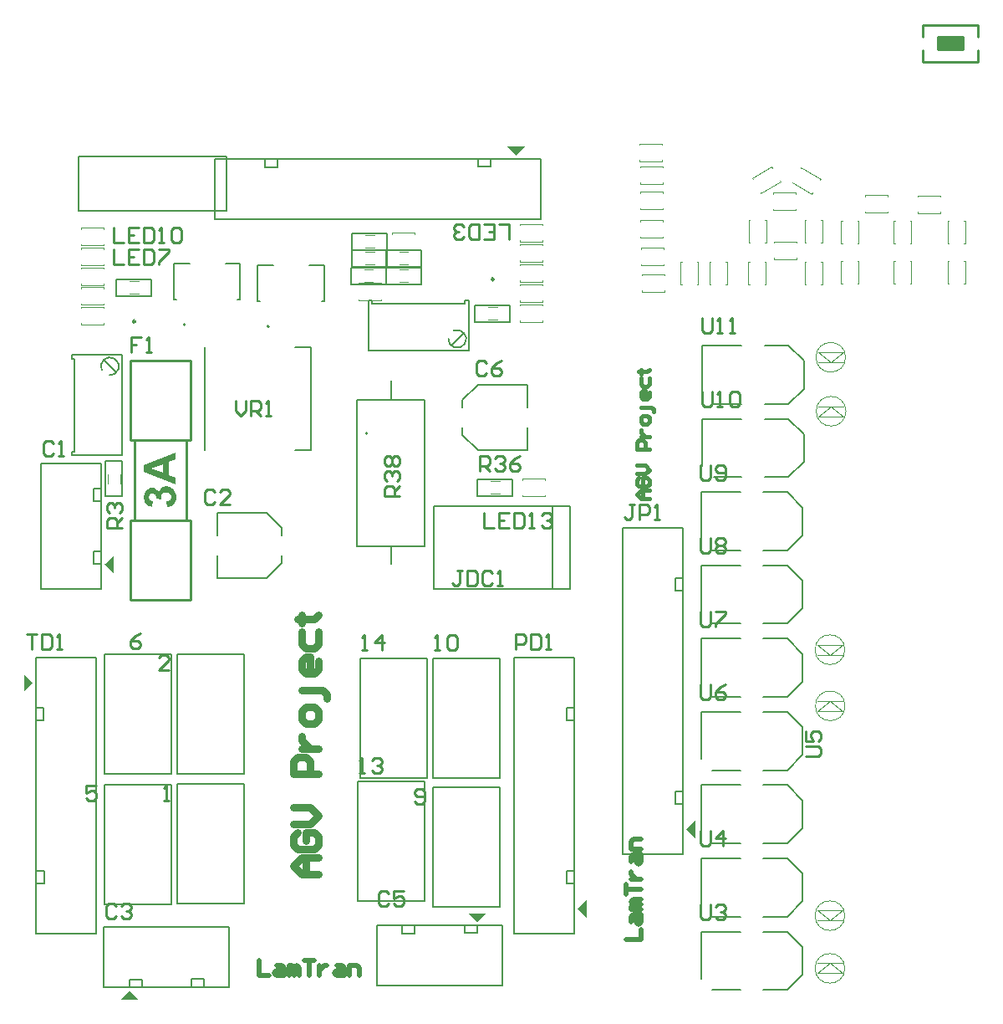
<source format=gto>
G04*
G04 #@! TF.GenerationSoftware,Altium Limited,Altium Designer,18.1.6 (161)*
G04*
G04 Layer_Color=65535*
%FSTAX24Y24*%
%MOIN*%
G70*
G01*
G75*
%ADD10C,0.0040*%
%ADD11C,0.0079*%
%ADD12C,0.0070*%
%ADD13C,0.0098*%
%ADD14C,0.0100*%
%ADD15C,0.0050*%
%ADD16C,0.0200*%
%ADD17C,0.0150*%
%ADD18C,0.0300*%
%ADD19R,0.1000X0.0500*%
G36*
X089095Y036805D02*
X089805D01*
X089455Y037155D01*
Y037165D01*
X089095Y036805D01*
D02*
G37*
G36*
X103705Y040245D02*
X102995D01*
X103345Y039895D01*
Y039885D01*
X103705Y040245D01*
D02*
G37*
G36*
X107695Y04007D02*
Y04078D01*
X107345Y04043D01*
X107335D01*
X107695Y04007D01*
D02*
G37*
G36*
X085255Y04978D02*
Y04907D01*
X085605Y04942D01*
X085615D01*
X085255Y04978D01*
D02*
G37*
G36*
X112045Y043245D02*
Y043955D01*
X111695Y043605D01*
X111685D01*
X112045Y043245D01*
D02*
G37*
G36*
X088845Y053795D02*
Y054505D01*
X088495Y054155D01*
X088485D01*
X088845Y053795D01*
D02*
G37*
G36*
X10523Y070795D02*
X10452D01*
X10487Y070445D01*
Y070435D01*
X10523Y070795D01*
D02*
G37*
G36*
X09131Y058328D02*
X091024Y058221D01*
Y057711D01*
X09131Y057608D01*
Y057339D01*
X090047Y057829D01*
Y058098D01*
X09131Y058605D01*
Y058328D01*
D02*
G37*
G36*
X09096Y057262D02*
X090976Y05726D01*
X090991Y057258D01*
X09101Y057254D01*
X091031Y057248D01*
X091076Y057233D01*
X091099Y057223D01*
X091122Y057212D01*
X091147Y057198D01*
X09117Y057181D01*
X091193Y057162D01*
X091216Y057141D01*
X091218Y057139D01*
X091222Y057135D01*
X091227Y057129D01*
X091233Y057119D01*
X091243Y057108D01*
X091252Y057093D01*
X091264Y057077D01*
X091273Y057058D01*
X091285Y057037D01*
X091297Y057014D01*
X091306Y056989D01*
X091314Y056962D01*
X091322Y056933D01*
X091327Y056904D01*
X091331Y056872D01*
X091333Y056839D01*
Y056822D01*
X091331Y05681D01*
X091329Y056795D01*
X091327Y056777D01*
X091325Y056758D01*
X091322Y056739D01*
X09131Y056693D01*
X091291Y056645D01*
X091281Y056622D01*
X091268Y056597D01*
X091252Y056574D01*
X091235Y056552D01*
X091233Y056551D01*
X091231Y056549D01*
X091225Y056543D01*
X091218Y056535D01*
X091208Y056526D01*
X091195Y056516D01*
X091181Y056506D01*
X091166Y056495D01*
X091129Y056472D01*
X091085Y056451D01*
X091035Y056433D01*
X091006Y056428D01*
X090977Y056424D01*
X090949Y056658D01*
X090951D01*
X090953D01*
X090964Y05666D01*
X090979Y056664D01*
X091001Y05667D01*
X091022Y056677D01*
X091045Y056687D01*
X091068Y0567D01*
X091087Y056718D01*
X091089Y05672D01*
X091095Y056727D01*
X091102Y056737D01*
X09111Y056752D01*
X091118Y05677D01*
X091125Y056789D01*
X091131Y056812D01*
X091133Y056837D01*
Y05685D01*
X091129Y056864D01*
X091125Y056881D01*
X09112Y0569D01*
X09111Y056922D01*
X091097Y056943D01*
X091077Y056964D01*
X091076Y056966D01*
X091066Y056971D01*
X091054Y056981D01*
X091037Y056991D01*
X091014Y056998D01*
X090987Y057008D01*
X090956Y057014D01*
X090922Y057016D01*
X09092D01*
X090918D01*
X090906D01*
X090889Y057014D01*
X090868Y05701D01*
X090845Y057004D01*
X090822Y056995D01*
X090797Y056983D01*
X090776Y056966D01*
X090774Y056964D01*
X090768Y056956D01*
X090758Y056946D01*
X090749Y056931D01*
X090739Y056914D01*
X09073Y056893D01*
X090724Y05687D01*
X090722Y056845D01*
Y056827D01*
X090724Y056814D01*
X090726Y056798D01*
X09073Y056779D01*
X090735Y056758D01*
X090741Y056735D01*
X090545Y056762D01*
Y056777D01*
X090543Y056797D01*
X090541Y056818D01*
X090537Y056841D01*
X09053Y056866D01*
X090518Y056891D01*
X090505Y056912D01*
X090503Y056914D01*
X090497Y05692D01*
X090485Y056929D01*
X090472Y056939D01*
X090455Y056948D01*
X090434Y056958D01*
X09041Y056964D01*
X090384Y056966D01*
X090382D01*
X090372D01*
X090361Y056964D01*
X090347Y056962D01*
X090332Y056956D01*
X090314Y05695D01*
X090297Y056941D01*
X090282Y056927D01*
X09028Y056925D01*
X090276Y05692D01*
X09027Y056912D01*
X090263Y0569D01*
X090255Y056885D01*
X090249Y056868D01*
X090245Y056847D01*
X090243Y056823D01*
Y056814D01*
X090245Y056802D01*
X090249Y056787D01*
X090255Y05677D01*
X090263Y056752D01*
X090272Y056733D01*
X090288Y056716D01*
X090289Y056714D01*
X090295Y056708D01*
X090305Y056702D01*
X090318Y056693D01*
X090337Y056683D01*
X090359Y056675D01*
X090384Y056668D01*
X090412Y056664D01*
X090376Y056441D01*
X090374D01*
X09037Y056443D01*
X090364D01*
X090357Y056445D01*
X090336Y056451D01*
X090309Y056458D01*
X09028Y056468D01*
X090249Y056479D01*
X090218Y056495D01*
X090191Y05651D01*
X090188Y056512D01*
X09018Y05652D01*
X090168Y056529D01*
X090151Y056545D01*
X090134Y056564D01*
X090116Y056585D01*
X090099Y056612D01*
X090084Y056641D01*
Y056643D01*
X090082Y056645D01*
X090078Y056656D01*
X09007Y056674D01*
X090063Y056697D01*
X090057Y056725D01*
X090049Y056756D01*
X090045Y056793D01*
X090043Y056831D01*
Y056848D01*
X090045Y05686D01*
X090047Y056875D01*
X090049Y056893D01*
X090053Y056914D01*
X090057Y056935D01*
X090072Y056979D01*
X09008Y057004D01*
X090091Y057027D01*
X090105Y05705D01*
X09012Y057075D01*
X090138Y057096D01*
X090159Y057118D01*
X090161Y057119D01*
X090163Y057121D01*
X090168Y057125D01*
X090174Y057131D01*
X090193Y057146D01*
X09022Y057164D01*
X090251Y057179D01*
X090286Y057194D01*
X090326Y057204D01*
X090347Y057208D01*
X090368D01*
X09037D01*
X090376D01*
X090384Y057206D01*
X090395D01*
X09041Y057202D01*
X090426Y057198D01*
X090443Y057193D01*
X090462Y057185D01*
X090484Y057175D01*
X090505Y057164D01*
X090528Y057148D01*
X090549Y057131D01*
X090572Y05711D01*
X090593Y057085D01*
X090614Y057058D01*
X090633Y057025D01*
Y057027D01*
X090635Y057031D01*
Y057035D01*
X090637Y057043D01*
X090645Y057064D01*
X090655Y057087D01*
X090668Y057116D01*
X090687Y057144D01*
X09071Y057171D01*
X090737Y057198D01*
X090741Y0572D01*
X090751Y057208D01*
X090768Y057219D01*
X090791Y057231D01*
X09082Y057242D01*
X090854Y057254D01*
X090891Y057262D01*
X090933Y057264D01*
X090935D01*
X090941D01*
X090949D01*
X09096Y057262D01*
D02*
G37*
%LPC*%
G36*
X09081Y058138D02*
X090341Y057961D01*
X09081Y05779D01*
Y058138D01*
D02*
G37*
%LPD*%
D10*
X117991Y050748D02*
G03*
X117991Y050748I-000591J0D01*
G01*
X118003Y048509D02*
G03*
X118003Y048509I-000591J0D01*
G01*
X118036Y060248D02*
G03*
X118036Y060248I-000591J0D01*
G01*
X118023Y062398D02*
G03*
X118023Y062398I-000591J0D01*
G01*
X117991Y03805D02*
G03*
X117991Y03805I-000591J0D01*
G01*
Y04015D02*
G03*
X117991Y04015I-000591J0D01*
G01*
X1107Y07085D02*
Y0709D01*
X1098D02*
X1107D01*
X1098Y07085D02*
Y0709D01*
X1107Y0702D02*
Y07025D01*
X1098Y0702D02*
X1107D01*
X1098D02*
Y07025D01*
X11145Y066213D02*
X1115D01*
X11145Y065313D02*
Y066213D01*
Y065313D02*
X1115D01*
X1121Y066213D02*
X11215D01*
Y065313D02*
Y066213D01*
X1121Y065313D02*
X11215D01*
X1108Y06565D02*
Y0657D01*
X1099D02*
X1108D01*
X1099Y06565D02*
Y0657D01*
X1108Y065D02*
Y06505D01*
X1099Y065D02*
X1108D01*
X1099D02*
Y06505D01*
X110765Y0667D02*
Y06675D01*
X109865D02*
X110765D01*
X109865Y0667D02*
Y06675D01*
X110765Y06605D02*
Y0661D01*
X109865Y06605D02*
X110765D01*
X109865D02*
Y0661D01*
X110737Y0678D02*
Y06785D01*
X109837D02*
X110737D01*
X109837Y0678D02*
Y06785D01*
X110737Y06715D02*
Y0672D01*
X109837Y06715D02*
X110737D01*
X109837D02*
Y0672D01*
X110737Y068949D02*
Y068999D01*
X109837D02*
X110737D01*
X109837Y068949D02*
Y068999D01*
X110737Y068299D02*
Y068349D01*
X109837Y068299D02*
X110737D01*
X109837D02*
Y068349D01*
X110737Y06995D02*
Y07D01*
X109837D02*
X110737D01*
X109837Y06995D02*
Y07D01*
X110737Y0693D02*
Y06935D01*
X109837Y0693D02*
X110737D01*
X109837D02*
Y06935D01*
X116083Y06695D02*
Y067D01*
X115183D02*
X116083D01*
X115183Y06695D02*
Y067D01*
X116083Y0663D02*
Y06635D01*
X115183Y0663D02*
X116083D01*
X115183D02*
Y06635D01*
X1164Y066213D02*
X11645D01*
X1164Y065313D02*
Y066213D01*
Y065313D02*
X11645D01*
X11705Y066213D02*
X1171D01*
Y065313D02*
Y066213D01*
X11705Y065313D02*
X1171D01*
X1164Y06785D02*
X11645D01*
X1164Y06695D02*
Y06785D01*
Y06695D02*
X11645D01*
X11705Y06785D02*
X1171D01*
Y06695D02*
Y06785D01*
X11705Y06695D02*
X1171D01*
X116033Y0689D02*
Y06895D01*
X115133D02*
X116033D01*
X115133Y0689D02*
Y06895D01*
X116033Y06825D02*
Y0683D01*
X115133Y06825D02*
X116033D01*
X115133D02*
Y0683D01*
X114157Y06785D02*
X114207D01*
X114157Y06695D02*
Y06785D01*
Y06695D02*
X114207D01*
X114807Y06785D02*
X114857D01*
Y06695D02*
Y06785D01*
X114807Y06695D02*
X114857D01*
X11415Y066213D02*
X1142D01*
X11415Y065313D02*
Y066213D01*
Y065313D02*
X1142D01*
X1148Y066213D02*
X11485D01*
Y065313D02*
Y066213D01*
X1148Y065313D02*
X11485D01*
X1126Y066213D02*
X11265D01*
X1126Y065313D02*
Y066213D01*
Y065313D02*
X11265D01*
X11325Y066213D02*
X1133D01*
Y065313D02*
Y066213D01*
X11325Y065313D02*
X1133D01*
X11995Y067826D02*
X12D01*
X11995Y066926D02*
Y067826D01*
Y066926D02*
X12D01*
X1206Y067826D02*
X12065D01*
Y066926D02*
Y067826D01*
X1206Y066926D02*
X12065D01*
X11995Y066223D02*
X12D01*
X11995Y065323D02*
Y066223D01*
Y065323D02*
X12D01*
X1206Y066223D02*
X12065D01*
Y065323D02*
Y066223D01*
X1206Y065323D02*
X12065D01*
X1188Y06815D02*
Y0682D01*
Y06815D02*
X1197D01*
Y0682D01*
X1188Y0688D02*
Y06885D01*
X1197D01*
Y0688D02*
Y06885D01*
X11785Y067845D02*
X1179D01*
X11785Y066945D02*
Y067845D01*
Y066945D02*
X1179D01*
X1185Y067845D02*
X11855D01*
Y066945D02*
Y067845D01*
X1185Y066945D02*
X11855D01*
X11785Y066223D02*
X1179D01*
X11785Y065323D02*
Y066223D01*
Y065323D02*
X1179D01*
X1185Y066223D02*
X11855D01*
Y065323D02*
Y066223D01*
X1185Y065323D02*
X11855D01*
X115896Y069358D02*
X115921Y069401D01*
X115896Y069358D02*
X116675Y068908D01*
X1167Y068951D01*
X116221Y06992D02*
X116246Y069964D01*
X117025Y069514D01*
X117Y06947D02*
X117025Y069514D01*
X115075Y069989D02*
X1151Y069945D01*
X114296Y069539D02*
X115075Y069989D01*
X114296Y069539D02*
X114321Y069495D01*
X1154Y069426D02*
X115425Y069383D01*
X114646Y068933D02*
X115425Y069383D01*
X114621Y068976D02*
X114646Y068933D01*
X1218Y068799D02*
Y068849D01*
X1209D02*
X1218D01*
X1209Y068799D02*
Y068849D01*
X1218Y068149D02*
Y068199D01*
X1209Y068149D02*
X1218D01*
X1209D02*
Y068199D01*
X1221Y067826D02*
X12215D01*
X1221Y066926D02*
Y067826D01*
Y066926D02*
X12215D01*
X12275Y067826D02*
X1228D01*
Y066926D02*
Y067826D01*
X12275Y066926D02*
X1228D01*
X1221Y066223D02*
X12215D01*
X1221Y065323D02*
Y066223D01*
Y065323D02*
X12215D01*
X12275Y066223D02*
X1228D01*
Y065323D02*
Y066223D01*
X12275Y065323D02*
X1228D01*
X1174Y050548D02*
X1179D01*
X1174D02*
X1179Y050948D01*
X1169Y050548D02*
X1174D01*
X1169Y050948D02*
X1174Y050548D01*
X1169Y050948D02*
X1179D01*
X116913Y048709D02*
X117413D01*
X116913Y048309D02*
X117413Y048709D01*
X117913D01*
X117413D02*
X117913Y048309D01*
X116913D02*
X117913D01*
X116945Y060448D02*
X117445D01*
X116945Y060048D02*
X117445Y060448D01*
X117945D01*
X117445D02*
X117945Y060048D01*
X116945D02*
X117945D01*
X117433Y062198D02*
X117933D01*
X117433D02*
X117933Y062598D01*
X116933Y062198D02*
X117433D01*
X116933Y062598D02*
X117433Y062198D01*
X116933Y062598D02*
X117933D01*
X1169Y03825D02*
X1174D01*
X1169Y03785D02*
X1174Y03825D01*
X1179D01*
X1174D02*
X1179Y03785D01*
X1169D02*
X1179D01*
X1174Y03995D02*
X1179D01*
X1174D02*
X1179Y04035D01*
X1169Y03995D02*
X1174D01*
X1169Y04035D02*
X1174Y03995D01*
X1169Y04035D02*
X1179D01*
X0886Y05738D02*
Y05772D01*
X0891Y05738D02*
Y05772D01*
X0986Y06465D02*
Y0647D01*
Y06465D02*
X0995D01*
Y0647D01*
X0986Y0653D02*
Y06535D01*
X0995D01*
Y0653D02*
Y06535D01*
X09883Y0659D02*
X09917D01*
X09883Y0654D02*
X09917D01*
X09888Y06675D02*
X09922D01*
X09888Y06725D02*
X09922D01*
X09995Y06665D02*
Y0667D01*
Y06665D02*
X10085D01*
Y0667D01*
X09995Y0673D02*
Y06735D01*
X10085D01*
Y0673D02*
Y06735D01*
X100243Y0666D02*
X100583D01*
X100243Y0661D02*
X100583D01*
X09888Y0666D02*
X09922D01*
X09888Y0661D02*
X09922D01*
X10023Y0659D02*
X10057D01*
X10023Y0654D02*
X10057D01*
X10378Y0644D02*
X10412D01*
X10378Y0639D02*
X10412D01*
X08948Y064925D02*
X08982D01*
X08948Y065425D02*
X08982D01*
X088425Y06435D02*
Y0644D01*
X087525D02*
X088425D01*
X087525Y06435D02*
Y0644D01*
X088425Y0637D02*
Y06375D01*
X087525Y0637D02*
X088425D01*
X087525D02*
Y06375D01*
X088425Y065925D02*
Y065975D01*
X087525D02*
X088425D01*
X087525Y065925D02*
Y065975D01*
X088425Y065275D02*
Y065325D01*
X087525Y065275D02*
X088425D01*
X087525D02*
Y065325D01*
X088425Y066712D02*
Y066762D01*
X087525D02*
X088425D01*
X087525Y066712D02*
Y066762D01*
X088425Y066062D02*
Y066112D01*
X087525Y066062D02*
X088425D01*
X087525D02*
Y066112D01*
X088425Y065138D02*
Y065188D01*
X087525D02*
X088425D01*
X087525Y065138D02*
Y065188D01*
X088425Y064488D02*
Y064538D01*
X087525Y064488D02*
X088425D01*
X087525D02*
Y064538D01*
X088425Y0675D02*
Y06755D01*
X087525D02*
X088425D01*
X087525Y0675D02*
Y06755D01*
X088425Y06685D02*
Y0669D01*
X087525Y06685D02*
X088425D01*
X087525D02*
Y0669D01*
X10505Y067D02*
Y06705D01*
Y067D02*
X10595D01*
Y06705D01*
X10505Y06765D02*
Y0677D01*
X10595D01*
Y06765D02*
Y0677D01*
X10505Y0654D02*
Y06545D01*
Y0654D02*
X10595D01*
Y06545D01*
X10505Y06605D02*
Y0661D01*
X10595D01*
Y06605D02*
Y0661D01*
X10505Y0662D02*
Y06625D01*
Y0662D02*
X10595D01*
Y06625D01*
X10505Y06685D02*
Y0669D01*
X10595D01*
Y06685D02*
Y0669D01*
X10505Y0638D02*
Y06385D01*
Y0638D02*
X10595D01*
Y06385D01*
X10505Y06445D02*
Y0645D01*
X10595D01*
Y06445D02*
Y0645D01*
X10505Y0646D02*
Y06465D01*
Y0646D02*
X10595D01*
Y06465D01*
X10505Y06525D02*
Y0653D01*
X10595D01*
Y06525D02*
Y0653D01*
X10605Y0575D02*
Y05755D01*
X10515D02*
X10605D01*
X10515Y0575D02*
Y05755D01*
X10605Y05685D02*
Y0569D01*
X10515Y05685D02*
X10605D01*
X10515D02*
Y0569D01*
X10388Y05745D02*
X10422D01*
X10388Y05695D02*
X10422D01*
D11*
X098957Y059372D02*
G03*
X098957Y059372I-000039J0D01*
G01*
X095038Y063628D02*
G03*
X095038Y063628I-000039J0D01*
G01*
X091688Y063695D02*
G03*
X091688Y063695I-000039J0D01*
G01*
X0999Y05485D02*
X10125D01*
X08847Y0458D02*
Y04992D01*
Y0458D02*
X09113D01*
Y05058D01*
X08847D02*
X09113D01*
X08847Y04991D02*
Y05058D01*
X087426Y06822D02*
Y0704D01*
X093326Y06822D02*
Y0704D01*
X087426Y06822D02*
X093326D01*
X087426Y0704D02*
X093326D01*
X10423Y040495D02*
Y041165D01*
X10157Y040495D02*
X10423D01*
X10157D02*
Y045275D01*
X10423D01*
Y041155D02*
Y045275D01*
X10157Y049735D02*
Y050405D01*
X10423D01*
Y045625D02*
Y050405D01*
X10157Y045625D02*
X10423D01*
X10157D02*
Y049745D01*
X10123Y04072D02*
Y04139D01*
X09857Y04072D02*
X10123D01*
X09857D02*
Y0455D01*
X10123D01*
Y04138D02*
Y0455D01*
X09867Y049735D02*
Y050405D01*
X10133D01*
Y045625D02*
Y050405D01*
X09867Y045625D02*
X10133D01*
X09867D02*
Y049745D01*
X09403Y04062D02*
Y04129D01*
X09137Y04062D02*
X09403D01*
X09137D02*
Y0454D01*
X09403D01*
Y04128D02*
Y0454D01*
X09137Y04991D02*
Y05058D01*
X09403D01*
Y0458D02*
Y05058D01*
X09137Y0458D02*
X09403D01*
X09137D02*
Y04992D01*
X09113Y040597D02*
Y041267D01*
X08847Y040597D02*
X09113D01*
X08847D02*
Y045377D01*
X09113D01*
Y041257D02*
Y045377D01*
D12*
X10218Y063142D02*
G03*
X102386Y063454I000358J-000013D01*
G01*
X08867Y06168D02*
G03*
X088359Y061886I000013J000358D01*
G01*
X10915Y0556D02*
X11055D01*
X10915Y0426D02*
X11155D01*
Y0556D01*
X11055D02*
X11155D01*
X10915Y0426D02*
Y0556D01*
X11124Y04459D02*
X11154D01*
X11124D02*
Y04509D01*
X11154D01*
X11122Y0531D02*
X11152D01*
X11122D02*
Y0536D01*
X11152D01*
X10705Y05315D02*
Y05645D01*
X1016Y05315D02*
Y05645D01*
Y05315D02*
X10705D01*
X1016Y05645D02*
X10705D01*
X10635Y05315D02*
Y05645D01*
X0999Y05415D02*
Y05485D01*
Y0607D02*
Y06145D01*
X10125Y05485D02*
Y0607D01*
X09855D02*
X10125D01*
X09855Y05485D02*
Y0607D01*
Y05485D02*
X0999D01*
X1023Y06287D02*
X1028Y06337D01*
X103Y06265D02*
Y06465D01*
X10283D02*
X103D01*
X10283Y06453D02*
Y06465D01*
X09914Y06453D02*
X10283D01*
X09914D02*
Y06465D01*
X09899D02*
X09914D01*
X09899Y06265D02*
Y06465D01*
Y06265D02*
X103D01*
X092875Y0679D02*
Y0693D01*
X105875Y0679D02*
Y0703D01*
X092875D02*
X105875D01*
X092875Y0693D02*
Y0703D01*
Y0679D02*
X105875D01*
X103885Y06999D02*
Y07029D01*
X103385Y06999D02*
X103885D01*
X103385D02*
Y07029D01*
X095375Y06997D02*
Y07027D01*
X094875Y06997D02*
X095375D01*
X094875D02*
Y07027D01*
X10689Y048425D02*
X10719D01*
X10689Y047925D02*
Y048425D01*
Y047925D02*
X10719D01*
X1069Y041925D02*
X1072D01*
X1069Y041425D02*
Y041925D01*
Y041425D02*
X1072D01*
X1048Y039425D02*
Y050425D01*
X1062D02*
X1072D01*
Y039425D02*
Y050425D01*
X1048Y039425D02*
X1072D01*
X1048Y050425D02*
X1062D01*
X08576Y041425D02*
X08606D01*
Y041925D01*
X08576D02*
X08606D01*
X08575Y047925D02*
X08605D01*
Y048425D01*
X08575D02*
X08605D01*
X08815Y039425D02*
Y050425D01*
X08575Y039425D02*
X08675D01*
X08575D02*
Y050425D01*
X08815D01*
X08675Y039425D02*
X08815D01*
X08595Y05815D02*
X08735D01*
X08595Y05315D02*
X08835D01*
Y05815D01*
X08735D02*
X08835D01*
X08595Y05315D02*
Y05815D01*
X08805Y05417D02*
X08835D01*
X08805D02*
Y05467D01*
X08835D01*
X08803Y05665D02*
X08833D01*
X08803D02*
Y05715D01*
X08833D01*
X088443Y0623D02*
X088943Y0618D01*
X087163Y0625D02*
X089163D01*
X087163Y06233D02*
Y0625D01*
Y06233D02*
X087283D01*
Y05864D02*
Y06233D01*
X087163Y05864D02*
X087283D01*
X087163Y05849D02*
Y05864D01*
Y05849D02*
X089163D01*
Y0625D01*
X09935Y03735D02*
Y03875D01*
X10435Y03735D02*
Y03975D01*
X09935D02*
X10435D01*
X09935Y03875D02*
Y03975D01*
Y03735D02*
X10435D01*
X10333Y03945D02*
Y03975D01*
X10283Y03945D02*
X10333D01*
X10283D02*
Y03975D01*
X10085Y03943D02*
Y03973D01*
X10035Y03943D02*
X10085D01*
X10035D02*
Y03973D01*
X09345Y0383D02*
Y0397D01*
X08845Y0373D02*
Y0397D01*
Y0373D02*
X09345D01*
Y0383D01*
X08845Y0397D02*
X09345D01*
X08947Y0373D02*
Y0376D01*
X08997D01*
Y0373D02*
Y0376D01*
X09195Y03732D02*
Y03762D01*
X09245D01*
Y03732D02*
Y03762D01*
D13*
X089699Y063824D02*
G03*
X089699Y063824I-000049J0D01*
G01*
X103999Y065501D02*
G03*
X103999Y065501I-000049J0D01*
G01*
D14*
X12331Y07417D02*
Y07462D01*
Y07518D02*
Y07563D01*
X12109D02*
X12331D01*
X12109Y07417D02*
X12331D01*
X1217Y07465D02*
X1227D01*
X1217D02*
Y07515D01*
X1227D01*
Y07465D02*
Y07515D01*
X12109Y07417D02*
Y07462D01*
Y07518D02*
Y07563D01*
X0919Y059094D02*
Y062264D01*
X0895Y059094D02*
Y062264D01*
X0919D01*
X0895Y059094D02*
X0919D01*
X0895Y055904D02*
X0919D01*
X0895Y052734D02*
X0919D01*
X0895D02*
Y055904D01*
X0919Y052734D02*
Y055904D01*
X09172Y057494D02*
Y059094D01*
X08968Y057494D02*
Y059094D01*
Y055904D02*
Y057504D01*
X09172Y055904D02*
Y057504D01*
X112295Y06395D02*
Y06345D01*
X112395Y06335D01*
X112595D01*
X112695Y06345D01*
Y06395D01*
X112895Y06335D02*
X113095D01*
X112995D01*
Y06395D01*
X112895Y06385D01*
X113395Y06335D02*
X113595D01*
X113495D01*
Y06395D01*
X113395Y06385D01*
X112293Y061031D02*
Y060531D01*
X112393Y060431D01*
X112593D01*
X112693Y060531D01*
Y061031D01*
X112892Y060431D02*
X113092D01*
X112992D01*
Y061031D01*
X112892Y060931D01*
X113392D02*
X113492Y061031D01*
X113692D01*
X113792Y060931D01*
Y060531D01*
X113692Y060431D01*
X113492D01*
X113392Y060531D01*
Y060931D01*
X11225Y058113D02*
Y057613D01*
X11235Y057513D01*
X11255D01*
X11265Y057613D01*
Y058113D01*
X11285Y057613D02*
X11295Y057513D01*
X11315D01*
X11325Y057613D01*
Y058013D01*
X11315Y058113D01*
X11295D01*
X11285Y058013D01*
Y057913D01*
X11295Y057813D01*
X11325D01*
X112243Y055196D02*
Y054696D01*
X112343Y054596D01*
X112543D01*
X112643Y054696D01*
Y055196D01*
X112842Y055096D02*
X112942Y055196D01*
X113142D01*
X113242Y055096D01*
Y054996D01*
X113142Y054896D01*
X113242Y054796D01*
Y054696D01*
X113142Y054596D01*
X112942D01*
X112842Y054696D01*
Y054796D01*
X112942Y054896D01*
X112842Y054996D01*
Y055096D01*
X112942Y054896D02*
X113142D01*
X112243Y052278D02*
Y051778D01*
X112343Y051678D01*
X112543D01*
X112643Y051778D01*
Y052278D01*
X112842D02*
X113242D01*
Y052178D01*
X112842Y051778D01*
Y051678D01*
X112243Y049359D02*
Y048859D01*
X112343Y048759D01*
X112543D01*
X112643Y048859D01*
Y049359D01*
X113242D02*
X113042Y049259D01*
X112842Y049059D01*
Y048859D01*
X112942Y048759D01*
X113142D01*
X113242Y048859D01*
Y048959D01*
X113142Y049059D01*
X112842D01*
X116433Y046487D02*
X116933D01*
X117033Y046587D01*
Y046787D01*
X116933Y046887D01*
X116433D01*
Y047487D02*
Y047087D01*
X116733D01*
X116633Y047287D01*
Y047387D01*
X116733Y047487D01*
X116933D01*
X117033Y047387D01*
Y047187D01*
X116933Y047087D01*
X112243Y04352D02*
Y04302D01*
X112343Y04292D01*
X112543D01*
X112643Y04302D01*
Y04352D01*
X113142Y04292D02*
Y04352D01*
X112842Y04322D01*
X113242D01*
X112243Y0406D02*
Y0401D01*
X112343Y04D01*
X112543D01*
X112643Y0401D01*
Y0406D01*
X112842Y0405D02*
X112942Y0406D01*
X113142D01*
X113242Y0405D01*
Y0404D01*
X113142Y0403D01*
X113042D01*
X113142D01*
X113242Y0402D01*
Y0401D01*
X113142Y04D01*
X112942D01*
X112842Y0401D01*
X109615Y056535D02*
X109415D01*
X109515D01*
Y056035D01*
X109415Y055935D01*
X109315D01*
X109215Y056035D01*
X109815Y055935D02*
Y056535D01*
X110115D01*
X110215Y056435D01*
Y056235D01*
X110115Y056135D01*
X109815D01*
X110415Y055935D02*
X110615D01*
X110515D01*
Y056535D01*
X110415Y056435D01*
X088825Y06755D02*
Y06695D01*
X089225D01*
X089825Y06755D02*
X089425D01*
Y06695D01*
X089825D01*
X089425Y06725D02*
X089625D01*
X090025Y06755D02*
Y06695D01*
X090325D01*
X090424Y06705D01*
Y06745D01*
X090325Y06755D01*
X090025D01*
X090624Y06695D02*
X090824D01*
X090724D01*
Y06755D01*
X090624Y06745D01*
X091124D02*
X091224Y06755D01*
X091424D01*
X091524Y06745D01*
Y06705D01*
X091424Y06695D01*
X091224D01*
X091124Y06705D01*
Y06745D01*
X088825Y066712D02*
Y066112D01*
X089225D01*
X089825Y066712D02*
X089425D01*
Y066112D01*
X089825D01*
X089425Y066412D02*
X089625D01*
X090025Y066712D02*
Y066112D01*
X090325D01*
X090424Y066212D01*
Y066612D01*
X090325Y066712D01*
X090025D01*
X090624D02*
X091024D01*
Y066612D01*
X090624Y066212D01*
Y066112D01*
X1046Y0671D02*
Y0677D01*
X1042D01*
X1036Y0671D02*
X104D01*
Y0677D01*
X1036D01*
X104Y0674D02*
X1038D01*
X1034Y0671D02*
Y0677D01*
X1031D01*
X103001Y0676D01*
Y0672D01*
X1031Y0671D01*
X1034D01*
X102801Y0672D02*
X102701Y0671D01*
X102501D01*
X102401Y0672D01*
Y0673D01*
X102501Y0674D01*
X102601D01*
X102501D01*
X102401Y0675D01*
Y0676D01*
X102501Y0677D01*
X102701D01*
X102801Y0676D01*
X092875Y05702D02*
X092775Y05712D01*
X092575D01*
X092475Y05702D01*
Y05662D01*
X092575Y05652D01*
X092775D01*
X092875Y05662D01*
X093474Y05652D02*
X093075D01*
X093474Y05692D01*
Y05702D01*
X093374Y05712D01*
X093174D01*
X093075Y05702D01*
X10023Y05686D02*
X09963D01*
Y05716D01*
X09973Y05726D01*
X09993D01*
X10003Y05716D01*
Y05686D01*
Y05706D02*
X10023Y05726D01*
X09973Y05746D02*
X09963Y05756D01*
Y05776D01*
X09973Y05786D01*
X09983D01*
X09993Y05776D01*
Y05766D01*
Y05776D01*
X10003Y05786D01*
X10013D01*
X10023Y05776D01*
Y05756D01*
X10013Y05746D01*
X09973Y05806D02*
X09963Y05816D01*
Y05836D01*
X09973Y058459D01*
X09983D01*
X09993Y05836D01*
X10003Y058459D01*
X10013D01*
X10023Y05836D01*
Y05816D01*
X10013Y05806D01*
X10003D01*
X09993Y05816D01*
X09983Y05806D01*
X09973D01*
X09993Y05816D02*
Y05836D01*
X10486Y05076D02*
Y05136D01*
X10516D01*
X10526Y05126D01*
Y05106D01*
X10516Y05096D01*
X10486D01*
X10546Y05136D02*
Y05076D01*
X10576D01*
X10586Y05086D01*
Y05126D01*
X10576Y05136D01*
X10546D01*
X10606Y05076D02*
X10626D01*
X10616D01*
Y05136D01*
X10606Y05126D01*
X08995Y063214D02*
X08955D01*
Y062914D01*
X08975D01*
X08955D01*
Y062614D01*
X09015D02*
X09035D01*
X09025D01*
Y063214D01*
X09015Y063114D01*
X08642Y05898D02*
X08632Y05908D01*
X08612D01*
X08602Y05898D01*
Y05858D01*
X08612Y05848D01*
X08632D01*
X08642Y05858D01*
X08662Y05848D02*
X08682D01*
X08672D01*
Y05908D01*
X08662Y05898D01*
X0937Y06065D02*
Y06025D01*
X0939Y06005D01*
X0941Y06025D01*
Y06065D01*
X0943Y06005D02*
Y06065D01*
X0946D01*
X0947Y06055D01*
Y06035D01*
X0946Y06025D01*
X0943D01*
X0945D02*
X0947Y06005D01*
X0949D02*
X0951D01*
X095D01*
Y06065D01*
X0949Y06055D01*
X10343Y05786D02*
Y05846D01*
X10373D01*
X10383Y05836D01*
Y05816D01*
X10373Y05806D01*
X10343D01*
X10363D02*
X10383Y05786D01*
X10403Y05836D02*
X10413Y05846D01*
X10433D01*
X10443Y05836D01*
Y05826D01*
X10433Y05816D01*
X10423D01*
X10433D01*
X10443Y05806D01*
Y05796D01*
X10433Y05786D01*
X10413D01*
X10403Y05796D01*
X105029Y05846D02*
X10483Y05836D01*
X10463Y05816D01*
Y05796D01*
X10473Y05786D01*
X10493D01*
X105029Y05796D01*
Y05806D01*
X10493Y05816D01*
X10463D01*
X089163Y0556D02*
X088563D01*
Y0559D01*
X088663Y056D01*
X088863D01*
X088963Y0559D01*
Y0556D01*
Y0558D02*
X089163Y056D01*
X088663Y0562D02*
X088563Y0563D01*
Y0565D01*
X088663Y0566D01*
X088763D01*
X088863Y0565D01*
Y0564D01*
Y0565D01*
X088963Y0566D01*
X089063D01*
X089163Y0565D01*
Y0563D01*
X089063Y0562D01*
X1036Y056189D02*
Y055589D01*
X104D01*
X1046Y056189D02*
X1042D01*
Y055589D01*
X1046D01*
X1042Y055889D02*
X1044D01*
X1048Y056189D02*
Y055589D01*
X1051D01*
X105199Y055689D01*
Y056089D01*
X1051Y056189D01*
X1048D01*
X105399Y055589D02*
X105599D01*
X105499D01*
Y056189D01*
X105399Y056089D01*
X105899D02*
X105999Y056189D01*
X106199D01*
X106299Y056089D01*
Y055989D01*
X106199Y055889D01*
X106099D01*
X106199D01*
X106299Y055789D01*
Y055689D01*
X106199Y055589D01*
X105999D01*
X105899Y055689D01*
X10275Y053897D02*
X10255D01*
X10265D01*
Y053397D01*
X10255Y053297D01*
X10245D01*
X10235Y053397D01*
X10295Y053897D02*
Y053297D01*
X10325D01*
X10335Y053397D01*
Y053797D01*
X10325Y053897D01*
X10295D01*
X103949Y053797D02*
X10385Y053897D01*
X10365D01*
X10355Y053797D01*
Y053397D01*
X10365Y053297D01*
X10385D01*
X103949Y053397D01*
X104149Y053297D02*
X104349D01*
X104249D01*
Y053897D01*
X104149Y053797D01*
X1037Y06215D02*
X1036Y06225D01*
X1034D01*
X1033Y06215D01*
Y06175D01*
X1034Y06165D01*
X1036D01*
X1037Y06175D01*
X1043Y06225D02*
X1041Y06215D01*
X1039Y06195D01*
Y06175D01*
X104Y06165D01*
X1042D01*
X1043Y06175D01*
Y06185D01*
X1042Y06195D01*
X1039D01*
X09981Y041045D02*
X09971Y041145D01*
X09951D01*
X09941Y041045D01*
Y040645D01*
X09951Y040545D01*
X09971D01*
X09981Y040645D01*
X10041Y041145D02*
X10001D01*
Y040845D01*
X10021Y040945D01*
X10031D01*
X10041Y040845D01*
Y040645D01*
X10031Y040545D01*
X10011D01*
X10001Y040645D01*
X09873Y05074D02*
X09893D01*
X09883D01*
Y05134D01*
X09873Y05124D01*
X09953Y05074D02*
Y05134D01*
X09923Y05104D01*
X09963D01*
X09863Y045835D02*
X09883D01*
X09873D01*
Y046435D01*
X09863Y046335D01*
X09913D02*
X09923Y046435D01*
X09943D01*
X09953Y046335D01*
Y046235D01*
X09943Y046135D01*
X09933D01*
X09943D01*
X09953Y046035D01*
Y045935D01*
X09943Y045835D01*
X09923D01*
X09913Y045935D01*
X10163Y05074D02*
X10183D01*
X10173D01*
Y05134D01*
X10163Y05124D01*
X10213D02*
X10223Y05134D01*
X10243D01*
X10253Y05124D01*
Y05084D01*
X10243Y05074D01*
X10223D01*
X10213Y05084D01*
Y05124D01*
X10083Y04471D02*
X10093Y04461D01*
X10113D01*
X10123Y04471D01*
Y04511D01*
X10113Y04521D01*
X10093D01*
X10083Y04511D01*
Y04501D01*
X10093Y04491D01*
X10123D01*
X08536Y05136D02*
X08576D01*
X08556D01*
Y05076D01*
X08596Y05136D02*
Y05076D01*
X08626D01*
X08636Y05086D01*
Y05126D01*
X08626Y05136D01*
X08596D01*
X08656Y05076D02*
X08676D01*
X08666D01*
Y05136D01*
X08656Y05126D01*
X08892Y04054D02*
X08882Y04064D01*
X08862D01*
X08852Y04054D01*
Y04014D01*
X08862Y04004D01*
X08882D01*
X08892Y04014D01*
X08912Y04054D02*
X08922Y04064D01*
X08942D01*
X08952Y04054D01*
Y04044D01*
X08942Y04034D01*
X08932D01*
X08942D01*
X08952Y04024D01*
Y04014D01*
X08942Y04004D01*
X08922D01*
X08912Y04014D01*
X08813Y04532D02*
X08773D01*
Y04502D01*
X08793Y04512D01*
X08803D01*
X08813Y04502D01*
Y04482D01*
X08803Y04472D01*
X08783D01*
X08773Y04482D01*
X0899Y0514D02*
X0897Y0513D01*
X0895Y0511D01*
Y0509D01*
X0896Y0508D01*
X0898D01*
X0899Y0509D01*
Y051D01*
X0898Y0511D01*
X0895D01*
X09083Y04474D02*
X09103D01*
X09093D01*
Y04534D01*
X09083Y04524D01*
X09103Y04992D02*
X09063D01*
X09103Y05032D01*
Y05042D01*
X09093Y05052D01*
X09073D01*
X09063Y05042D01*
D15*
X112255Y04348D02*
Y04535D01*
X113822D01*
X112708Y043028D02*
X113822D01*
X114743D02*
X1157D01*
X114743Y04535D02*
X1157D01*
X11631Y043638D02*
Y04474D01*
X1157Y043028D02*
X11631Y043638D01*
X1157Y04535D02*
X11631Y04474D01*
X112255Y040562D02*
Y042432D01*
X113822D01*
X112708Y040109D02*
X113822D01*
X114743D02*
X1157D01*
X114743Y042432D02*
X1157D01*
X11631Y040719D02*
Y041822D01*
X1157Y040109D02*
X11631Y040719D01*
X1157Y042432D02*
X11631Y041822D01*
X112255Y037643D02*
Y039513D01*
X113822D01*
X112708Y037191D02*
X113822D01*
X114743D02*
X1157D01*
X114743Y039513D02*
X1157D01*
X11631Y037801D02*
Y038903D01*
X1157Y037191D02*
X11631Y037801D01*
X1157Y039513D02*
X11631Y038903D01*
X112255Y052236D02*
Y054106D01*
X113822D01*
X112708Y051783D02*
X113822D01*
X114743D02*
X1157D01*
X114743Y054106D02*
X1157D01*
X11631Y052393D02*
Y053496D01*
X1157Y051783D02*
X11631Y052393D01*
X1157Y054106D02*
X11631Y053496D01*
X112255Y049317D02*
Y051187D01*
X113822D01*
X112708Y048865D02*
X113822D01*
X114743D02*
X1157D01*
X114743Y051187D02*
X1157D01*
X11631Y049475D02*
Y050577D01*
X1157Y048865D02*
X11631Y049475D01*
X1157Y051187D02*
X11631Y050577D01*
X112255Y046399D02*
Y048269D01*
X113822D01*
X112708Y045946D02*
X113822D01*
X114743D02*
X1157D01*
X114743Y048269D02*
X1157D01*
X11631Y046556D02*
Y047659D01*
X1157Y045946D02*
X11631Y046556D01*
X1157Y048269D02*
X11631Y047659D01*
X112305Y060991D02*
Y062861D01*
X113872D01*
X112758Y060539D02*
X113872D01*
X114793D02*
X11575D01*
X114793Y062861D02*
X11575D01*
X11636Y061149D02*
Y062251D01*
X11575Y060539D02*
X11636Y061149D01*
X11575Y062861D02*
X11636Y062251D01*
X112305Y058073D02*
Y059943D01*
X113872D01*
X112758Y05762D02*
X113872D01*
X114793D02*
X11575D01*
X114793Y059943D02*
X11575D01*
X11636Y05823D02*
Y059333D01*
X11575Y05762D02*
X11636Y05823D01*
X11575Y059943D02*
X11636Y059333D01*
X112255Y055154D02*
Y057024D01*
X113822D01*
X112708Y054702D02*
X113822D01*
X114743D02*
X1157D01*
X114743Y057024D02*
X1157D01*
X11631Y055312D02*
Y056414D01*
X1157Y054702D02*
X11631Y055312D01*
X1157Y057024D02*
X11631Y056414D01*
X08851Y05825D02*
X08918D01*
Y05685D02*
Y05825D01*
X08851Y05685D02*
X08918D01*
X08851D02*
Y05825D01*
X102748Y060689D02*
X103359Y061299D01*
X102748Y059311D02*
X103359Y058701D01*
X105347D01*
X103359Y061299D02*
X105347D01*
Y058701D02*
Y059606D01*
Y060394D02*
Y061299D01*
X102748Y060394D02*
Y060689D01*
Y059311D02*
Y059606D01*
X092481Y058711D02*
Y062789D01*
X096083D02*
X096715D01*
X096083Y058711D02*
X096715D01*
Y062789D01*
X0983Y06531D02*
X0997D01*
Y06598D01*
X0983D02*
X0997D01*
X0983Y06531D02*
Y06598D01*
X09835Y06734D02*
X09975D01*
X09835Y06667D02*
Y06734D01*
Y06667D02*
X09975D01*
Y06734D01*
X099713Y06601D02*
X101113D01*
Y06668D01*
X099713D02*
X101113D01*
X099713Y06601D02*
Y06668D01*
X09835Y06601D02*
X09975D01*
Y06668D01*
X09835D02*
X09975D01*
X09835Y06601D02*
Y06668D01*
X0997Y06531D02*
X1011D01*
Y06598D01*
X0997D02*
X1011D01*
X0997Y06531D02*
Y06598D01*
X10325Y06381D02*
X10465D01*
Y06448D01*
X10325D02*
X10465D01*
X10325Y06381D02*
Y06448D01*
X08895Y065515D02*
X09035D01*
X08895Y064845D02*
Y065515D01*
Y064845D02*
X09035D01*
Y065515D01*
X094577Y064618D02*
Y066082D01*
X097223Y064618D02*
Y066082D01*
X094577Y064618D02*
X09468D01*
X097124D02*
X097223D01*
X096636Y066082D02*
X097223D01*
X094577D02*
X095207D01*
X094941Y053601D02*
X095552Y054211D01*
X094941Y056199D02*
X095552Y055589D01*
X092953Y056199D02*
X094941D01*
X092953Y053601D02*
X094941D01*
X092953Y055294D02*
Y056199D01*
Y053601D02*
Y054506D01*
X095552Y054211D02*
Y054506D01*
Y055294D02*
Y055589D01*
X091227Y064685D02*
Y066149D01*
X093873Y064685D02*
Y066149D01*
X091227Y064685D02*
X09133D01*
X093774D02*
X093873D01*
X093286Y066149D02*
X093873D01*
X091227D02*
X091857D01*
X10335Y05686D02*
X10475D01*
Y05753D01*
X10335D02*
X10475D01*
X10335Y05686D02*
Y05753D01*
D16*
X109254Y0392D02*
X109854D01*
Y0396D01*
X109454Y0399D02*
Y0401D01*
X109554Y0402D01*
X109854D01*
Y0399D01*
X109754Y0398D01*
X109654Y0399D01*
Y0402D01*
X109854Y0404D02*
X109454D01*
Y0405D01*
X109554Y0406D01*
X109854D01*
X109554D01*
X109454Y0407D01*
X109554Y040799D01*
X109854D01*
X109254Y040999D02*
Y041399D01*
Y041199D01*
X109854D01*
X109454Y041599D02*
X109854D01*
X109654D01*
X109554Y041699D01*
X109454Y041799D01*
Y041899D01*
Y042299D02*
Y042499D01*
X109554Y042599D01*
X109854D01*
Y042299D01*
X109754Y042199D01*
X109654Y042299D01*
Y042599D01*
X109854Y042799D02*
X109454D01*
Y043099D01*
X109554Y043199D01*
X109854D01*
X09465Y03835D02*
Y03775D01*
X09505D01*
X09535Y03815D02*
X09555D01*
X09565Y03805D01*
Y03775D01*
X09535D01*
X09525Y03785D01*
X09535Y03795D01*
X09565D01*
X09585Y03775D02*
Y03815D01*
X09595D01*
X09605Y03805D01*
Y03775D01*
Y03805D01*
X09615Y03815D01*
X096249Y03805D01*
Y03775D01*
X096449Y03835D02*
X096849D01*
X096649D01*
Y03775D01*
X097049Y03815D02*
Y03775D01*
Y03795D01*
X097149Y03805D01*
X097249Y03815D01*
X097349D01*
X097749D02*
X097949D01*
X098049Y03805D01*
Y03775D01*
X097749D01*
X097649Y03785D01*
X097749Y03795D01*
X098049D01*
X098249Y03775D02*
Y03815D01*
X098549D01*
X098649Y03805D01*
Y03775D01*
D17*
X1102Y05675D02*
X109867D01*
X1097Y056917D01*
X109867Y057083D01*
X1102D01*
X10995D01*
Y05675D01*
X109783Y057583D02*
X1097Y0575D01*
Y057333D01*
X109783Y05725D01*
X110117D01*
X1102Y057333D01*
Y0575D01*
X110117Y057583D01*
X10995D01*
Y057416D01*
X1097Y05775D02*
X110033D01*
X1102Y057916D01*
X110033Y058083D01*
X1097D01*
X1102Y058749D02*
X1097D01*
Y058999D01*
X109783Y059083D01*
X10995D01*
X110033Y058999D01*
Y058749D01*
X109867Y059249D02*
X1102D01*
X110033D01*
X10995Y059332D01*
X109867Y059416D01*
Y059499D01*
X1102Y059832D02*
Y059999D01*
X110117Y060082D01*
X10995D01*
X109867Y059999D01*
Y059832D01*
X10995Y059749D01*
X110117D01*
X1102Y059832D01*
X110367Y060249D02*
Y060332D01*
X110283Y060415D01*
X109867D01*
X1102Y060999D02*
Y060832D01*
X110117Y060749D01*
X10995D01*
X109867Y060832D01*
Y060999D01*
X10995Y061082D01*
X110033D01*
Y060749D01*
X109867Y061582D02*
Y061332D01*
X10995Y061249D01*
X110117D01*
X1102Y061332D01*
Y061582D01*
X109783Y061832D02*
X109867D01*
Y061748D01*
Y061915D01*
Y061832D01*
X110117D01*
X1102Y061915D01*
D18*
X097Y0418D02*
X096334D01*
X096Y042133D01*
X096334Y042466D01*
X097D01*
X0965D01*
Y0418D01*
X096167Y043466D02*
X096Y0433D01*
Y042966D01*
X096167Y0428D01*
X096833D01*
X097Y042966D01*
Y0433D01*
X096833Y043466D01*
X0965D01*
Y043133D01*
X096Y043799D02*
X096667D01*
X097Y044133D01*
X096667Y044466D01*
X096D01*
X097Y045799D02*
X096D01*
Y046299D01*
X096167Y046465D01*
X0965D01*
X096667Y046299D01*
Y045799D01*
X096334Y046798D02*
X097D01*
X096667D01*
X0965Y046965D01*
X096334Y047132D01*
Y047298D01*
X097Y047965D02*
Y048298D01*
X096833Y048465D01*
X0965D01*
X096334Y048298D01*
Y047965D01*
X0965Y047798D01*
X096833D01*
X097Y047965D01*
X097333Y048798D02*
Y048964D01*
X097167Y049131D01*
X096334D01*
X097Y050297D02*
Y049964D01*
X096833Y049797D01*
X0965D01*
X096334Y049964D01*
Y050297D01*
X0965Y050464D01*
X096667D01*
Y049797D01*
X096334Y051464D02*
Y050964D01*
X0965Y050797D01*
X096833D01*
X097Y050964D01*
Y051464D01*
X096167Y051963D02*
X096334D01*
Y051797D01*
Y05213D01*
Y051963D01*
X096833D01*
X097Y05213D01*
D19*
X1222Y0749D02*
D03*
M02*

</source>
